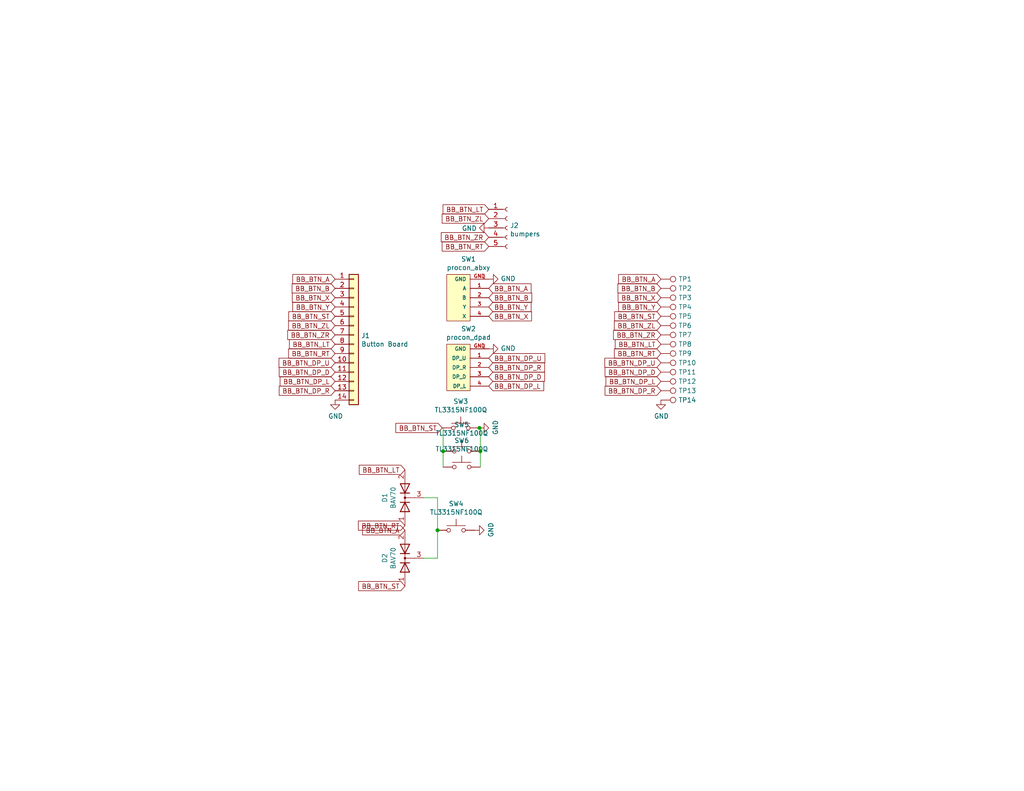
<source format=kicad_sch>
(kicad_sch (version 20211123) (generator eeschema)
  (paper "A")
  (title_block (title "Procon GCC Button Board") (date "2019-12-18") (rev "0.2") (company "Luberry's Custom Controllers"))
  (lib_symbols
    (symbol "Connector:Conn_01x05_Female" (pin_names (offset 1.016) hide)
      (property "Reference" "J" (at 0 7.62 0))
      (property "Value" "Conn_01x05_Female" (at 0 -7.62 0))
      (symbol "Conn_01x05_Female_1_1"
        (arc (start 0 -4.572) (mid -0.508 -5.08) (end 0 -5.588) (stroke (width 0.1524)))
        (arc (start 0 -2.032) (mid -0.508 -2.54) (end 0 -3.048) (stroke (width 0.1524)))
        (polyline (pts (xy -1.27 -5.08) (xy -0.508 -5.08)) (stroke (width 0.1524)))
        (polyline (pts (xy -1.27 -2.54) (xy -0.508 -2.54)) (stroke (width 0.1524)))
        (polyline (pts (xy -1.27 0) (xy -0.508 0)) (stroke (width 0.1524)))
        (polyline (pts (xy -1.27 2.54) (xy -0.508 2.54)) (stroke (width 0.1524)))
        (polyline (pts (xy -1.27 5.08) (xy -0.508 5.08)) (stroke (width 0.1524)))
        (arc (start 0 0.508) (mid -0.508 0) (end 0 -0.508) (stroke (width 0.1524)))
        (arc (start 0 3.048) (mid -0.508 2.54) (end 0 2.032) (stroke (width 0.1524)))
        (arc (start 0 5.588) (mid -0.508 5.08) (end 0 4.572) (stroke (width 0.1524)))
        (pin passive line (at -5.08 5.08 0) (length 3.81) (name "Pin_1") (number "1"))
        (pin passive line (at -5.08 2.54 0) (length 3.81) (name "Pin_2") (number "2"))
        (pin passive line (at -5.08 0 0) (length 3.81) (name "Pin_3") (number "3"))
        (pin passive line (at -5.08 -2.54 0) (length 3.81) (name "Pin_4") (number "4"))
        (pin passive line (at -5.08 -5.08 0) (length 3.81) (name "Pin_5") (number "5"))
      )
    )
    (symbol "Connector:TestPoint" (pin_numbers hide) (pin_names (offset 0.762) hide)
      (property "Reference" "TP" (at 0 6.858 0))
      (property "Value" "TestPoint" (at 0 5.08 0))
      (symbol "TestPoint_0_1"
        (circle (center 0 3.302) (radius 0.762))
      )
      (symbol "TestPoint_1_1"
        (pin passive line (at 0 0 90) (length 2.54) (name "1") (number "1"))
      )
    )
    (symbol "Connector_Generic:Conn_01x14" (pin_names (offset 1.016) hide)
      (property "Reference" "J" (at 0 17.78 0))
      (property "Value" "Conn_01x14" (at 0 -20.32 0))
      (symbol "Conn_01x14_1_1"
        (rectangle (start -1.27 -17.653) (end 0 -17.907) (stroke (width 0.1524)))
        (rectangle (start -1.27 -15.113) (end 0 -15.367) (stroke (width 0.1524)))
        (rectangle (start -1.27 -12.573) (end 0 -12.827) (stroke (width 0.1524)))
        (rectangle (start -1.27 -10.033) (end 0 -10.287) (stroke (width 0.1524)))
        (rectangle (start -1.27 -7.493) (end 0 -7.747) (stroke (width 0.1524)))
        (rectangle (start -1.27 -4.953) (end 0 -5.207) (stroke (width 0.1524)))
        (rectangle (start -1.27 -2.413) (end 0 -2.667) (stroke (width 0.1524)))
        (rectangle (start -1.27 0.127) (end 0 -0.127) (stroke (width 0.1524)))
        (rectangle (start -1.27 2.667) (end 0 2.413) (stroke (width 0.1524)))
        (rectangle (start -1.27 5.207) (end 0 4.953) (stroke (width 0.1524)))
        (rectangle (start -1.27 7.747) (end 0 7.493) (stroke (width 0.1524)))
        (rectangle (start -1.27 10.287) (end 0 10.033) (stroke (width 0.1524)))
        (rectangle (start -1.27 12.827) (end 0 12.573) (stroke (width 0.1524)))
        (rectangle (start -1.27 15.367) (end 0 15.113) (stroke (width 0.1524)))
        (rectangle (start -1.27 16.51) (end 1.27 -19.05) (stroke (width 0.254)) (fill (type background)))
        (pin passive line (at -5.08 15.24 0) (length 3.81) (name "Pin_1") (number "1"))
        (pin passive line (at -5.08 -7.62 0) (length 3.81) (name "Pin_10") (number "10"))
        (pin passive line (at -5.08 -10.16 0) (length 3.81) (name "Pin_11") (number "11"))
        (pin passive line (at -5.08 -12.7 0) (length 3.81) (name "Pin_12") (number "12"))
        (pin passive line (at -5.08 -15.24 0) (length 3.81) (name "Pin_13") (number "13"))
        (pin passive line (at -5.08 -17.78 0) (length 3.81) (name "Pin_14") (number "14"))
        (pin passive line (at -5.08 12.7 0) (length 3.81) (name "Pin_2") (number "2"))
        (pin passive line (at -5.08 10.16 0) (length 3.81) (name "Pin_3") (number "3"))
        (pin passive line (at -5.08 7.62 0) (length 3.81) (name "Pin_4") (number "4"))
        (pin passive line (at -5.08 5.08 0) (length 3.81) (name "Pin_5") (number "5"))
        (pin passive line (at -5.08 2.54 0) (length 3.81) (name "Pin_6") (number "6"))
        (pin passive line (at -5.08 0 0) (length 3.81) (name "Pin_7") (number "7"))
        (pin passive line (at -5.08 -2.54 0) (length 3.81) (name "Pin_8") (number "8"))
        (pin passive line (at -5.08 -5.08 0) (length 3.81) (name "Pin_9") (number "9"))
      )
    )
    (symbol "Diode:BAV70" (pin_names (offset 0.762) hide)
      (property "Reference" "D" (at 0.635 -2.54 0))
      (property "Value" "BAV70" (at 0 2.54 0))
      (symbol "BAV70_0_1"
        (polyline (pts (xy -3.81 0) (xy 3.81 0)))
        (polyline (pts (xy 0 0) (xy 0 -2.54)))
        (polyline (pts (xy -1.27 -1.27) (xy -1.27 1.27) (xy -1.27 1.27)) (stroke (width 0.254)))
        (polyline (pts (xy 1.27 -1.27) (xy 1.27 1.27) (xy 1.27 1.27)) (stroke (width 0.254)))
        (polyline (pts (xy -3.81 1.27) (xy -1.27 0) (xy -3.81 -1.27) (xy -3.81 1.27) (xy -3.81 1.27) (xy -3.81 1.27)) (stroke (width 0.254)))
        (polyline (pts (xy 3.81 -1.27) (xy 1.27 0) (xy 3.81 1.27) (xy 3.81 -1.27) (xy 3.81 -1.27) (xy 3.81 -1.27)) (stroke (width 0.254)))
        (circle (center 0 0) (radius 0.254) (fill (type outline)))
        (pin passive line (at -7.62 0 0) (length 3.81) (name "A") (number "1"))
        (pin passive line (at 7.62 0 180) (length 3.81) (name "A") (number "2"))
        (pin passive line (at 0 -5.08 90) (length 2.54) (name "K") (number "3"))
      )
    )
    (symbol "Switch:SW_Push" (pin_numbers hide) (pin_names (offset 1.016) hide)
      (property "Reference" "SW" (at 1.27 2.54 0))
      (property "Value" "SW_Push" (at 0 -1.524 0))
      (symbol "SW_Push_0_1"
        (circle (center -2.032 0) (radius 0.508))
        (polyline (pts (xy 0 1.27) (xy 0 3.048)))
        (polyline (pts (xy 2.54 1.27) (xy -2.54 1.27)))
        (circle (center 2.032 0) (radius 0.508))
        (pin passive line (at -5.08 0 0) (length 2.54) (name "1") (number "1"))
        (pin passive line (at 5.08 0 180) (length 2.54) (name "2") (number "2"))
      )
    )
    (symbol "gcc:procon_abxy" (pin_names (offset 1.016))
      (property "Reference" "SW" (at 2.54 19.05 0))
      (property "Value" "procon_abxy" (at 2.54 3.81 0))
      (symbol "procon_abxy_0_1"
        (rectangle (start 5.08 5.08) (end -1.27 17.78) (fill (type background)))
        (rectangle (start 8.89 16.51) (end 8.89 17.78))
        (rectangle (start 8.89 17.78) (end 8.89 16.51))
      )
      (symbol "procon_abxy_1_1"
        (pin input line (at 10.16 13.97 180) (length 5.08) (name "A") (number "1"))
        (pin input line (at 10.16 11.43 180) (length 5.08) (name "B") (number "2"))
        (pin input line (at 10.16 8.89 180) (length 5.08) (name "Y") (number "3"))
        (pin input line (at 10.16 6.35 180) (length 5.08) (name "X") (number "4"))
        (pin input line (at 10.16 16.51 180) (length 5.08) (name "GND") (number "GND"))
      )
    )
    (symbol "gcc:procon_dpad" (pin_names (offset 1.016))
      (property "Reference" "SW" (at 2.54 19.05 0))
      (property "Value" "procon_dpad" (at 2.54 3.81 0))
      (symbol "procon_dpad_0_1"
        (rectangle (start 5.08 5.08) (end -1.27 17.78) (fill (type background)))
        (rectangle (start 8.89 16.51) (end 8.89 17.78))
        (rectangle (start 8.89 17.78) (end 8.89 16.51))
      )
      (symbol "procon_dpad_1_1"
        (pin input line (at 10.16 13.97 180) (length 5.08) (name "DP_U") (number "1"))
        (pin input line (at 10.16 11.43 180) (length 5.08) (name "DP_R") (number "2"))
        (pin input line (at 10.16 8.89 180) (length 5.08) (name "DP_D") (number "3"))
        (pin input line (at 10.16 6.35 180) (length 5.08) (name "DP_L") (number "4"))
        (pin input line (at 10.16 16.51 180) (length 5.08) (name "GND") (number "GND"))
      )
    )
    (symbol "power:GND" (power) (pin_names (offset 0))
      (property "Value" "GND" (at 0 -3.81 0))
      (symbol "GND_0_1"
        (polyline (pts (xy 0 0) (xy 0 -1.27) (xy 1.27 -1.27) (xy 0 -2.54) (xy -1.27 -1.27) (xy 0 -1.27)))
      )
      (symbol "GND_1_1"
        (pin power_in line (at 0 0 270) (length 0) hide (name "GND") (number "1"))
      )
    )
  )
  (junction (at 119.38 144.78))
  (junction (at 131.064 123.19))
  (junction (at 130.81 116.84))
  (junction (at 120.904 123.19))
  (wire (pts (xy 131.064 123.19) (xy 131.064 116.84)))
  (wire (pts (xy 131.064 116.84) (xy 130.81 116.84)))
  (wire (pts (xy 120.65 116.84) (xy 120.904 116.84)))
  (wire (pts (xy 120.904 123.19) (xy 120.904 127.508)))
  (wire (pts (xy 119.38 152.4) (xy 119.38 144.78)))
  (wire (pts (xy 115.57 152.4) (xy 119.38 152.4)))
  (wire (pts (xy 120.904 116.84) (xy 120.904 123.19)))
  (wire (pts (xy 119.38 135.89) (xy 119.38 144.78)))
  (wire (pts (xy 115.57 135.89) (xy 119.38 135.89)))
  (wire (pts (xy 131.064 123.19) (xy 131.064 127.508)))
  (global_label "BB_BTN_Y" (shape input) (at 180.34 83.82 180) (property "Intersheet References" "${INTERSHEET_REFS}" (effects hide)))
  (global_label "BB_BTN_B" (shape input) (at 133.35 81.28 0) (property "Intersheet References" "${INTERSHEET_REFS}" (effects hide)))
  (global_label "BB_BTN_LT" (shape input) (at 110.49 128.27 180) (property "Intersheet References" "${INTERSHEET_REFS}" (effects hide)))
  (global_label "BB_BTN_DP_R" (shape input) (at 133.35 100.33 0) (property "Intersheet References" "${INTERSHEET_REFS}" (effects hide)))
  (global_label "BB_BTN_DP_D" (shape input) (at 133.35 102.87 0) (property "Intersheet References" "${INTERSHEET_REFS}" (effects hide)))
  (global_label "BB_BTN_DP_L" (shape input) (at 180.34 104.14 180) (property "Intersheet References" "${INTERSHEET_REFS}" (effects hide)))
  (global_label "BB_BTN_RT" (shape input) (at 91.44 96.52 180) (property "Intersheet References" "${INTERSHEET_REFS}" (effects hide)))
  (global_label "BB_BTN_DP_R" (shape input) (at 180.34 106.68 180) (property "Intersheet References" "${INTERSHEET_REFS}" (effects hide)))
  (global_label "BB_BTN_ST" (shape input) (at 110.49 160.02 180) (property "Intersheet References" "${INTERSHEET_REFS}" (effects hide)))
  (global_label "BB_BTN_DP_D" (shape input) (at 91.44 101.6 180) (property "Intersheet References" "${INTERSHEET_REFS}" (effects hide)))
  (global_label "BB_BTN_DP_L" (shape input) (at 133.35 105.41 0) (property "Intersheet References" "${INTERSHEET_REFS}" (effects hide)))
  (global_label "BB_BTN_ST" (shape input) (at 180.34 86.36 180) (property "Intersheet References" "${INTERSHEET_REFS}" (effects hide)))
  (global_label "BB_BTN_ZL" (shape input) (at 133.35 59.69 180) (property "Intersheet References" "${INTERSHEET_REFS}" (effects hide)))
  (global_label "BB_BTN_ZR" (shape input) (at 133.35 64.77 180) (property "Intersheet References" "${INTERSHEET_REFS}" (effects hide)))
  (global_label "BB_BTN_RT" (shape input) (at 133.35 67.31 180) (property "Intersheet References" "${INTERSHEET_REFS}" (effects hide)))
  (global_label "BB_BTN_DP_R" (shape input) (at 91.44 106.68 180) (property "Intersheet References" "${INTERSHEET_REFS}" (effects hide)))
  (global_label "BB_BTN_A" (shape input) (at 133.35 78.74 0) (property "Intersheet References" "${INTERSHEET_REFS}" (effects hide)))
  (global_label "BB_BTN_A" (shape input) (at 110.49 144.78 180) (property "Intersheet References" "${INTERSHEET_REFS}" (effects hide)))
  (global_label "BB_BTN_DP_U" (shape input) (at 180.34 99.06 180) (property "Intersheet References" "${INTERSHEET_REFS}" (effects hide)))
  (global_label "BB_BTN_ST" (shape input) (at 120.65 116.84 180) (property "Intersheet References" "${INTERSHEET_REFS}" (effects hide)))
  (global_label "BB_BTN_Y" (shape input) (at 133.35 83.82 0) (property "Intersheet References" "${INTERSHEET_REFS}" (effects hide)))
  (global_label "BB_BTN_DP_U" (shape input) (at 133.35 97.79 0) (property "Intersheet References" "${INTERSHEET_REFS}" (effects hide)))
  (global_label "BB_BTN_LT" (shape input) (at 91.44 93.98 180) (property "Intersheet References" "${INTERSHEET_REFS}" (effects hide)))
  (global_label "BB_BTN_DP_U" (shape input) (at 91.44 99.06 180) (property "Intersheet References" "${INTERSHEET_REFS}" (effects hide)))
  (global_label "BB_BTN_ZR" (shape input) (at 180.34 91.44 180) (property "Intersheet References" "${INTERSHEET_REFS}" (effects hide)))
  (global_label "BB_BTN_ZL" (shape input) (at 91.44 88.9 180) (property "Intersheet References" "${INTERSHEET_REFS}" (effects hide)))
  (global_label "BB_BTN_ZL" (shape input) (at 180.34 88.9 180) (property "Intersheet References" "${INTERSHEET_REFS}" (effects hide)))
  (global_label "BB_BTN_X" (shape input) (at 180.34 81.28 180) (property "Intersheet References" "${INTERSHEET_REFS}" (effects hide)))
  (global_label "BB_BTN_X" (shape input) (at 133.35 86.36 0) (property "Intersheet References" "${INTERSHEET_REFS}" (effects hide)))
  (global_label "BB_BTN_RT" (shape input) (at 110.49 143.51 180) (property "Intersheet References" "${INTERSHEET_REFS}" (effects hide)))
  (global_label "BB_BTN_RT" (shape input) (at 180.34 96.52 180) (property "Intersheet References" "${INTERSHEET_REFS}" (effects hide)))
  (global_label "BB_BTN_Y" (shape input) (at 91.44 83.82 180) (property "Intersheet References" "${INTERSHEET_REFS}" (effects hide)))
  (global_label "BB_BTN_LT" (shape input) (at 133.35 57.15 180) (property "Intersheet References" "${INTERSHEET_REFS}" (effects hide)))
  (global_label "BB_BTN_A" (shape input) (at 91.44 76.2 180) (property "Intersheet References" "${INTERSHEET_REFS}" (effects hide)))
  (global_label "BB_BTN_DP_L" (shape input) (at 91.44 104.14 180) (property "Intersheet References" "${INTERSHEET_REFS}" (effects hide)))
  (global_label "BB_BTN_DP_D" (shape input) (at 180.34 101.6 180) (property "Intersheet References" "${INTERSHEET_REFS}" (effects hide)))
  (global_label "BB_BTN_A" (shape input) (at 180.34 76.2 180) (property "Intersheet References" "${INTERSHEET_REFS}" (effects hide)))
  (global_label "BB_BTN_ST" (shape input) (at 91.44 86.36 180) (property "Intersheet References" "${INTERSHEET_REFS}" (effects hide)))
  (global_label "BB_BTN_LT" (shape input) (at 180.34 93.98 180) (property "Intersheet References" "${INTERSHEET_REFS}" (effects hide)))
  (global_label "BB_BTN_X" (shape input) (at 91.44 81.28 180) (property "Intersheet References" "${INTERSHEET_REFS}" (effects hide)))
  (global_label "BB_BTN_B" (shape input) (at 180.34 78.74 180) (property "Intersheet References" "${INTERSHEET_REFS}" (effects hide)))
  (global_label "BB_BTN_ZR" (shape input) (at 91.44 91.44 180) (property "Intersheet References" "${INTERSHEET_REFS}" (effects hide)))
  (global_label "BB_BTN_B" (shape input) (at 91.44 78.74 180) (property "Intersheet References" "${INTERSHEET_REFS}" (effects hide)))
  (symbol (lib_id "Connector_Generic:Conn_01x14") (at 96.52 91.44 0) (unit 1)
    (property "Reference" "J1" (at 98.552 91.6432 0) (effects (justify left)))
    (property "Value" "Button Board" (at 98.552 93.9546 0) (effects (justify left)))
    (property "Footprint" "procon_gcc:molex_5051101492_14P" (effects hide))
    (property "Datasheet" "https://www.molex.com/pdm_docs/sd/5051101492_sd.pdf" (effects hide))
    (property "Digikey" "https://www.digikey.com/product-detail/en/molex/5051101492/WM12370CT-ND/5726229" (effects hide))
  )
  (symbol (lib_id "Switch:SW_Push") (at 125.73 116.84 0) (unit 1)
    (property "Reference" "SW3" (at 125.73 109.601 0))
    (property "Value" " TL3315NF100Q" (at 125.73 111.9124 0))
    (property "Footprint" "procon_gcc:TL3315NFxxxQ" (effects hide))
    (property "Datasheet" "https://media.digikey.com/pdf/Data%20Sheets/E-Switch%20PDFs/TL3315.pdf" (effects hide))
    (property "Digikey" "https://www.digikey.com/product-detail/en/e-switch/TL3315NF100Q/EG4620CT-ND/1870400" (effects hide))
  )
  (symbol (lib_id "power:GND") (at 130.81 116.84 90) (unit 1)
    (property "Reference" "#PWR0105" (effects hide))
    (property "Value" "GND" (at 135.2042 116.713 0))
  )
  (symbol (lib_id "power:GND") (at 91.44 109.22 0) (unit 1)
    (property "Reference" "#PWR0104" (effects hide))
    (property "Value" "GND" (at 91.567 113.6142 0))
  )
  (symbol (lib_id "gcc:procon_dpad") (at 123.19 111.76 0) (unit 1)
    (property "Reference" "SW2" (at 127.8382 89.789 0))
    (property "Value" "procon_dpad" (at 127.8382 92.1004 0))
    (property "Footprint" "procon_gcc:procon_dpad" (effects hide))
  )
  (symbol (lib_id "gcc:procon_abxy") (at 123.19 92.71 0) (unit 1)
    (property "Reference" "SW1" (at 127.8382 70.739 0))
    (property "Value" "procon_abxy" (at 127.8382 73.0504 0))
    (property "Footprint" "procon_gcc:procon_abxy" (effects hide))
  )
  (symbol (lib_id "power:GND") (at 133.35 95.25 90) (unit 1)
    (property "Reference" "#PWR0106" (effects hide))
    (property "Value" "GND" (at 136.6012 95.123 90) (effects (justify right)))
  )
  (symbol (lib_id "power:GND") (at 133.35 76.2 90) (unit 1)
    (property "Reference" "#PWR0107" (effects hide))
    (property "Value" "GND" (at 136.6012 76.073 90) (effects (justify right)))
  )
  (symbol (lib_id "Connector:Conn_01x05_Female") (at 138.43 62.23 0) (unit 1)
    (property "Reference" "J2" (at 139.1412 61.5696 0) (effects (justify left)))
    (property "Value" "bumpers" (at 139.1412 63.881 0) (effects (justify left)))
    (property "Footprint" "procon_gcc:molex_5051100592_5P" (effects hide))
    (property "Digikey" "https://www.digikey.com/product-detail/en/molex/5051100592/WM12361TR-ND/5700453" (effects hide))
  )
  (symbol (lib_id "power:GND") (at 133.35 62.23 270) (unit 1)
    (property "Reference" "#PWR0108" (effects hide))
    (property "Value" "GND" (at 130.0988 62.357 90) (effects (justify right)))
  )
  (symbol (lib_id "Connector:TestPoint") (at 180.34 76.2 270) (unit 1)
    (property "Reference" "TP1" (at 185.1152 76.2 90) (effects (justify left)))
    (property "Value" "TestPoint" (effects hide))
    (property "Footprint" "TestPoint:TestPoint_Pad_D1.5mm" (effects hide))
  )
  (symbol (lib_id "Connector:TestPoint") (at 180.34 78.74 270) (unit 1)
    (property "Reference" "TP2" (at 185.1152 78.74 90) (effects (justify left)))
    (property "Value" "TestPoint" (effects hide))
    (property "Footprint" "TestPoint:TestPoint_Pad_D1.5mm" (effects hide))
  )
  (symbol (lib_id "Connector:TestPoint") (at 180.34 81.28 270) (unit 1)
    (property "Reference" "TP3" (at 185.1152 81.28 90) (effects (justify left)))
    (property "Value" "TestPoint" (effects hide))
    (property "Footprint" "TestPoint:TestPoint_Pad_D1.5mm" (effects hide))
  )
  (symbol (lib_id "Connector:TestPoint") (at 180.34 83.82 270) (unit 1)
    (property "Reference" "TP4" (at 185.1152 83.82 90) (effects (justify left)))
    (property "Value" "TestPoint" (effects hide))
    (property "Footprint" "TestPoint:TestPoint_Pad_D1.5mm" (effects hide))
  )
  (symbol (lib_id "Connector:TestPoint") (at 180.34 86.36 270) (unit 1)
    (property "Reference" "TP5" (at 185.1152 86.36 90) (effects (justify left)))
    (property "Value" "TestPoint" (effects hide))
    (property "Footprint" "TestPoint:TestPoint_Pad_D1.5mm" (effects hide))
  )
  (symbol (lib_id "Connector:TestPoint") (at 180.34 88.9 270) (unit 1)
    (property "Reference" "TP6" (at 185.1152 88.9 90) (effects (justify left)))
    (property "Value" "TestPoint" (effects hide))
    (property "Footprint" "TestPoint:TestPoint_Pad_D1.5mm" (effects hide))
  )
  (symbol (lib_id "Connector:TestPoint") (at 180.34 91.44 270) (unit 1)
    (property "Reference" "TP7" (at 185.1152 91.44 90) (effects (justify left)))
    (property "Value" "TestPoint" (effects hide))
    (property "Footprint" "TestPoint:TestPoint_Pad_D1.5mm" (effects hide))
  )
  (symbol (lib_id "Connector:TestPoint") (at 180.34 93.98 270) (unit 1)
    (property "Reference" "TP8" (at 185.1152 93.98 90) (effects (justify left)))
    (property "Value" "TestPoint" (effects hide))
    (property "Footprint" "TestPoint:TestPoint_Pad_D1.5mm" (effects hide))
  )
  (symbol (lib_id "Connector:TestPoint") (at 180.34 96.52 270) (unit 1)
    (property "Reference" "TP9" (at 185.1152 96.52 90) (effects (justify left)))
    (property "Value" "TestPoint" (effects hide))
    (property "Footprint" "TestPoint:TestPoint_Pad_D1.5mm" (effects hide))
  )
  (symbol (lib_id "Connector:TestPoint") (at 180.34 99.06 270) (unit 1)
    (property "Reference" "TP10" (at 185.1152 99.06 90) (effects (justify left)))
    (property "Value" "TestPoint" (effects hide))
    (property "Footprint" "TestPoint:TestPoint_Pad_D1.5mm" (effects hide))
  )
  (symbol (lib_id "Connector:TestPoint") (at 180.34 101.6 270) (unit 1)
    (property "Reference" "TP11" (at 185.1152 101.6 90) (effects (justify left)))
    (property "Value" "TestPoint" (effects hide))
    (property "Footprint" "TestPoint:TestPoint_Pad_D1.5mm" (effects hide))
  )
  (symbol (lib_id "Connector:TestPoint") (at 180.34 104.14 270) (unit 1)
    (property "Reference" "TP12" (at 185.1152 104.14 90) (effects (justify left)))
    (property "Value" "TestPoint" (effects hide))
    (property "Footprint" "TestPoint:TestPoint_Pad_D1.5mm" (effects hide))
  )
  (symbol (lib_id "Connector:TestPoint") (at 180.34 106.68 270) (unit 1)
    (property "Reference" "TP13" (at 185.1152 106.68 90) (effects (justify left)))
    (property "Value" "TestPoint" (effects hide))
    (property "Footprint" "TestPoint:TestPoint_Pad_D1.5mm" (effects hide))
  )
  (symbol (lib_id "Connector:TestPoint") (at 180.34 109.22 270) (unit 1)
    (property "Reference" "TP14" (at 185.1152 109.22 90) (effects (justify left)))
    (property "Value" "TestPoint" (effects hide))
    (property "Footprint" "TestPoint:TestPoint_Pad_D1.5mm" (effects hide))
  )
  (symbol (lib_id "power:GND") (at 180.34 109.22 0) (unit 1)
    (property "Reference" "#PWR0132" (effects hide))
    (property "Value" "GND" (at 180.467 113.6142 0))
  )
  (symbol (lib_id "Diode:BAV70") (at 110.49 135.89 90) (unit 1)
    (property "Reference" "D1" (at 104.9782 135.89 0))
    (property "Value" "BAV70" (at 107.2896 135.89 0))
    (property "Footprint" "Package_TO_SOT_SMD:SOT-23" (effects hide))
    (property "Datasheet" "https://assets.nexperia.com/documents/data-sheet/BAV70_SER.pdf" (effects hide))
  )
  (symbol (lib_id "Diode:BAV70") (at 110.49 152.4 90) (unit 1)
    (property "Reference" "D2" (at 104.9782 152.4 0))
    (property "Value" "BAV70" (at 107.2896 152.4 0))
    (property "Footprint" "Package_TO_SOT_SMD:SOT-23" (effects hide))
    (property "Datasheet" "https://assets.nexperia.com/documents/data-sheet/BAV70_SER.pdf" (effects hide))
  )
  (symbol (lib_id "power:GND") (at 129.54 144.78 90) (unit 1)
    (property "Reference" "#PWR0101" (effects hide))
    (property "Value" "GND" (at 133.9342 144.653 0))
  )
  (symbol (lib_id "Switch:SW_Push") (at 124.46 144.78 0) (unit 1)
    (property "Reference" "SW4" (at 124.46 137.541 0))
    (property "Value" " TL3315NF100Q" (at 124.46 139.8524 0))
    (property "Footprint" "procon_gcc:TL3315NFxxxQ" (effects hide))
    (property "Datasheet" "https://media.digikey.com/pdf/Data%20Sheets/E-Switch%20PDFs/TL3315.pdf" (effects hide))
    (property "Digikey" "https://www.digikey.com/product-detail/en/e-switch/TL3315NF100Q/EG4620CT-ND/1870400" (effects hide))
  )
  (symbol (lib_id "Switch:SW_Push") (at 125.984 123.19 0) (unit 1)
    (property "Reference" "SW5" (at 125.984 115.951 0))
    (property "Value" " TL3315NF100Q" (at 125.984 118.2624 0))
    (property "Footprint" "procon_gcc:TL3315NFxxxQ" (effects hide))
    (property "Datasheet" "https://media.digikey.com/pdf/Data%20Sheets/E-Switch%20PDFs/TL3315.pdf" (effects hide))
    (property "Digikey" "https://www.digikey.com/product-detail/en/e-switch/TL3315NF100Q/EG4620CT-ND/1870400" (effects hide))
  )
  (symbol (lib_id "Switch:SW_Push") (at 125.984 127.508 0) (unit 1)
    (property "Reference" "SW6" (at 125.984 120.269 0))
    (property "Value" " TL3315NF100Q" (at 125.984 122.5804 0))
    (property "Footprint" "procon_gcc:TL3315NFxxxQ" (effects hide))
    (property "Datasheet" "https://media.digikey.com/pdf/Data%20Sheets/E-Switch%20PDFs/TL3315.pdf" (effects hide))
    (property "Digikey" "https://www.digikey.com/product-detail/en/e-switch/TL3315NF100Q/EG4620CT-ND/1870400" (effects hide))
  )
)
</source>
